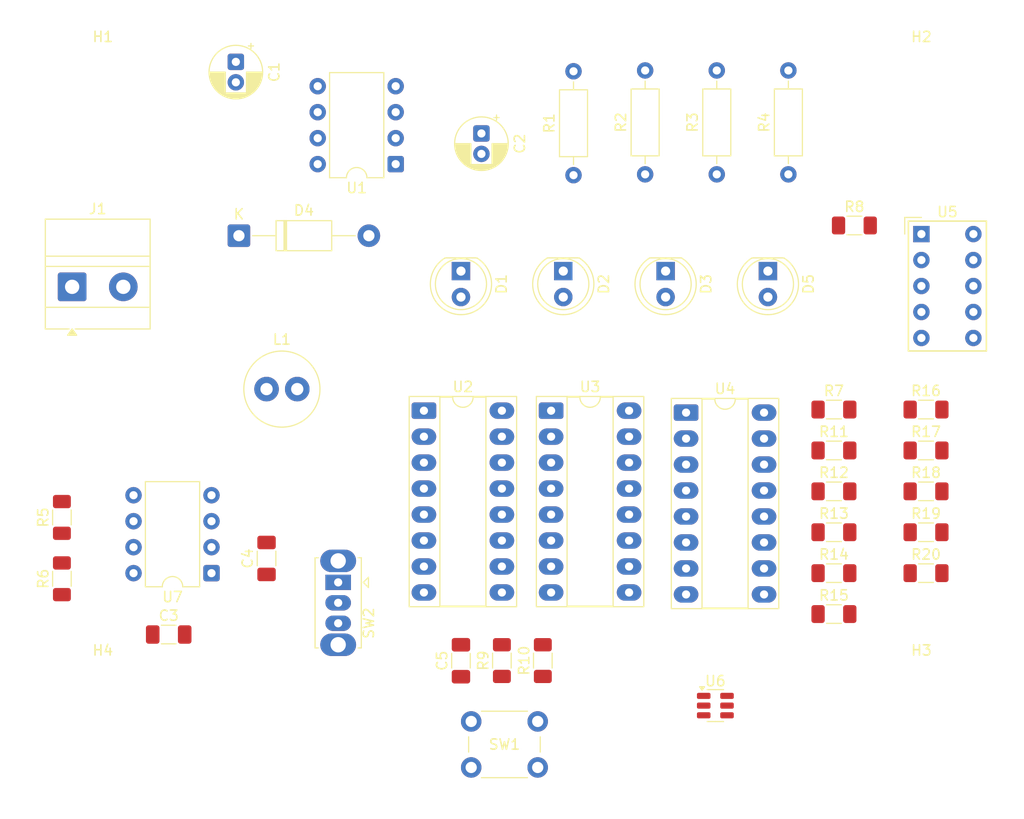
<source format=kicad_pcb>
(kicad_pcb (version 20241229) (generator "pcbnew") (generator_version "9.0")
  (layers (0 "F.Cu" signal) (2 "B.Cu" signal) (13 "F.Paste" user) (15 "B.Paste" user) (5 "F.SilkS" user "F.Silkscreen") (7 "B.SilkS" user "B.Silkscreen") (1 "F.Mask" user) (3 "B.Mask" user) (25 "Edge.Cuts" user))
  (net 0 "")
  (net 1 "GND")
  (net 2 "VD")
  (net 3 "+5V")
  (net 4 "Net-(SW2-A)")
  (net 5 "Net-(U7-THR)")
  (net 6 "Q0")
  (net 7 "Net-(D1-K)")
  (net 8 "Net-(D2-K)")
  (net 9 "Q1")
  (net 10 "Q2")
  (net 11 "Net-(D3-K)")
  (net 12 "Net-(D4-K)")
  (net 13 "Net-(D5-K)")
  (net 14 "Q3")
  (net 15 "Net-(U4-a)")
  (net 16 "Net-(U5-A)")
  (net 17 "Net-(U5-B)")
  (net 18 "Net-(U4-b)")
  (net 19 "Clock")
  (net 20 "Net-(U5-C)")
  (net 21 "Net-(U4-c)")
  (net 22 "Net-(U2A-J)")
  (net 23 "Net-(U2B-J)")
  (net 24 "Net-(U3A-J)")
  (net 25 "Net-(U3B-J)")
  (net 26 "Net-(R13-Pad1)")
  (net 27 "Net-(U4-d)")
  (net 28 "Net-(U5-D)")
  (net 29 "Net-(U4-BI)")
  (net 30 "Net-(U4-e)")
  (net 31 "Net-(U5-E)")
  (net 32 "Net-(U5-F)")
  (net 33 "Net-(U4-f)")
  (net 34 "Net-(U4-g)")
  (net 35 "Net-(U5-G)")
  (net 36 "Net-(U7-DIS)")
  (net 37 "555")
  (net 42 "Reset")
  (footprint "Capacitor_SMD:C_1206_3216Metric_Pad1.33x1.80mm_HandSolder" (layer "F.Cu") (at 116.4375 122)
    (property "Reference" "C3" (at 0 -1.85 0) (layer "F.SilkS"))
    (property "Value" "1u")
    (pad "1" smd roundrect (at -1.5625 0) (size 1.325 1.8) (layers "F.Cu" "F.Mask" "F.Paste") (roundrect_rratio 0.188679) (net 1 "GND"))
    (pad "2" smd roundrect (at 1.5625 0) (size 1.325 1.8) (layers "F.Cu" "F.Mask" "F.Paste") (roundrect_rratio 0.188679) (net 4 "Net-(SW2-A)"))
  )
  (footprint "Resistor_SMD:R_1206_3216Metric_Pad1.30x1.75mm_HandSolder" (layer "F.Cu") (at 181.45 104)
    (property "Reference" "R11" (at 0 -1.83 0) (layer "F.SilkS"))
    (property "Value" "10k")
    (pad "1" smd roundrect (at -1.55 0) (size 1.3 1.75) (layers "F.Cu" "F.Mask" "F.Paste") (roundrect_rratio 0.192308) (net 3 "+5V"))
    (pad "2" smd roundrect (at 1.55 0) (size 1.3 1.75) (layers "F.Cu" "F.Mask" "F.Paste") (roundrect_rratio 0.192308) (net 24 "Net-(U3A-J)"))
  )
  (footprint "MountingHole:MountingHole_5.5mm" (layer "F.Cu") (at 110 130)
    (property "Reference" "H4" (at 0 -6.45 0) (layer "F.SilkS"))
    (property "Value" "MountingHole")
    (pad "" np_thru_hole circle (at 0 0) (size 5.5 5.5) (drill 5.5) (layers "*.Cu" "*.Mask"))
  )
  (footprint "Resistor_SMD:R_1206_3216Metric_Pad1.30x1.75mm_HandSolder" (layer "F.Cu") (at 181.45 108)
    (property "Reference" "R12" (at 0 -1.83 0) (layer "F.SilkS"))
    (property "Value" "10k")
    (pad "1" smd roundrect (at -1.55 0) (size 1.3 1.75) (layers "F.Cu" "F.Mask" "F.Paste") (roundrect_rratio 0.192308) (net 3 "+5V"))
    (pad "2" smd roundrect (at 1.55 0) (size 1.3 1.75) (layers "F.Cu" "F.Mask" "F.Paste") (roundrect_rratio 0.192308) (net 25 "Net-(U3B-J)"))
  )
  (footprint "Resistor_SMD:R_1206_3216Metric_Pad1.30x1.75mm_HandSolder" (layer "F.Cu") (at 181.45 100)
    (property "Reference" "R7" (at 0 -1.83 0) (layer "F.SilkS"))
    (property "Value" "10k")
    (pad "1" smd roundrect (at -1.55 0) (size 1.3 1.75) (layers "F.Cu" "F.Mask" "F.Paste") (roundrect_rratio 0.192308) (net 3 "+5V"))
    (pad "2" smd roundrect (at 1.55 0) (size 1.3 1.75) (layers "F.Cu" "F.Mask" "F.Paste") (roundrect_rratio 0.192308) (net 19 "Clock"))
  )
  (footprint "Resistor_SMD:R_1206_3216Metric_Pad1.30x1.75mm_HandSolder" (layer "F.Cu") (at 181.45 116)
    (property "Reference" "R14" (at 0 -1.83 0) (layer "F.SilkS"))
    (property "Value" "2k")
    (pad "1" smd roundrect (at -1.55 0) (size 1.3 1.75) (layers "F.Cu" "F.Mask" "F.Paste") (roundrect_rratio 0.192308) (net 27 "Net-(U4-d)"))
    (pad "2" smd roundrect (at 1.55 0) (size 1.3 1.75) (layers "F.Cu" "F.Mask" "F.Paste") (roundrect_rratio 0.192308) (net 28 "Net-(U5-D)"))
  )
  (footprint "Resistor_SMD:R_1206_3216Metric_Pad1.30x1.75mm_HandSolder" (layer "F.Cu") (at 190.45 108)
    (property "Reference" "R18" (at 0 -1.83 0) (layer "F.SilkS"))
    (property "Value" "2k")
    (pad "1" smd roundrect (at -1.55 0) (size 1.3 1.75) (layers "F.Cu" "F.Mask" "F.Paste") (roundrect_rratio 0.192308) (net 34 "Net-(U4-g)"))
    (pad "2" smd roundrect (at 1.55 0) (size 1.3 1.75) (layers "F.Cu" "F.Mask" "F.Paste") (roundrect_rratio 0.192308) (net 35 "Net-(U5-G)"))
  )
  (footprint "Resistor_SMD:R_1206_3216Metric_Pad1.30x1.75mm_HandSolder" (layer "F.Cu") (at 153 124.55 90)
    (property "Reference" "R10" (at 0 -1.83 90) (layer "F.SilkS"))
    (property "Value" "10k")
    (pad "1" smd roundrect (at -1.55 0 90) (size 1.3 1.75) (layers "F.Cu" "F.Mask" "F.Paste") (roundrect_rratio 0.192308) (net 3 "+5V"))
    (pad "2" smd roundrect (at 1.55 0 90) (size 1.3 1.75) (layers "F.Cu" "F.Mask" "F.Paste") (roundrect_rratio 0.192308) (net 23 "Net-(U2B-J)"))
  )
  (footprint "MountingHole:MountingHole_5.5mm" (layer "F.Cu") (at 110 70)
    (property "Reference" "H1" (at 0 -6.45 0) (layer "F.SilkS"))
    (property "Value" "MountingHole")
    (pad "" np_thru_hole circle (at 0 0) (size 5.5 5.5) (drill 5.5) (layers "*.Cu" "*.Mask"))
  )
  (footprint "Resistor_SMD:R_1206_3216Metric_Pad1.30x1.75mm_HandSolder" (layer "F.Cu") (at 106 116.55 90)
    (property "Reference" "R6" (at 0 -1.83 90) (layer "F.SilkS"))
    (property "Value" "2k")
    (pad "1" smd roundrect (at -1.55 0 90) (size 1.3 1.75) (layers "F.Cu" "F.Mask" "F.Paste") (roundrect_rratio 0.192308) (net 18 "Net-(U4-b)"))
    (pad "2" smd roundrect (at 1.55 0 90) (size 1.3 1.75) (layers "F.Cu" "F.Mask" "F.Paste") (roundrect_rratio 0.192308) (net 17 "Net-(U5-B)"))
  )
  (footprint "Capacitor_SMD:C_1206_3216Metric_Pad1.33x1.80mm_HandSolder" (layer "F.Cu") (at 145 124.5625 90)
    (property "Reference" "C5" (at 0 -1.85 90) (layer "F.SilkS"))
    (property "Value" "10u")
    (pad "1" smd roundrect (at -1.5625 0 90) (size 1.325 1.8) (layers "F.Cu" "F.Mask" "F.Paste") (roundrect_rratio 0.188679) (net 5 "Net-(U7-THR)"))
    (pad "2" smd roundrect (at 1.5625 0 90) (size 1.325 1.8) (layers "F.Cu" "F.Mask" "F.Paste") (roundrect_rratio 0.188679) (net 1 "GND"))
  )
  (footprint "Display_7Segment:HDSP-7401" (layer "F.Cu") (at 190 82.84)
    (property "Reference" "U5" (at 2.54 -2.159 0) (layer "F.SilkS"))
    (property "Value" "HDSP-7401")
    (pad "1" thru_hole rect (at 0 0) (size 1.6 1.6) (drill 0.8) (layers "*.Cu" "*.Mask") (net 3 "+5V"))
    (pad "2" thru_hole circle (at 0 2.54) (size 1.6 1.6) (drill 0.8) (layers "*.Cu" "*.Mask") (net 32 "Net-(U5-F)"))
    (pad "3" thru_hole circle (at 0 5.08) (size 1.6 1.6) (drill 0.8) (layers "*.Cu" "*.Mask") (net 35 "Net-(U5-G)"))
    (pad "4" thru_hole circle (at 0 7.62) (size 1.6 1.6) (drill 0.8) (layers "*.Cu" "*.Mask") (net 31 "Net-(U5-E)"))
    (pad "5" thru_hole circle (at 0 10.16) (size 1.6 1.6) (drill 0.8) (layers "*.Cu" "*.Mask") (net 28 "Net-(U5-D)"))
    (pad "6" thru_hole circle (at 5.08 10.16) (size 1.6 1.6) (drill 0.8) (layers "*.Cu" "*.Mask") (net 3 "+5V"))
    (pad "7" thru_hole circle (at 5.08 7.62) (size 1.6 1.6) (drill 0.8) (layers "*.Cu" "*.Mask"))
    (pad "8" thru_hole circle (at 5.08 5.08) (size 1.6 1.6) (drill 0.8) (layers "*.Cu" "*.Mask") (net 20 "Net-(U5-C)"))
    (pad "9" thru_hole circle (at 5.08 2.54) (size 1.6 1.6) (drill 0.8) (layers "*.Cu" "*.Mask") (net 17 "Net-(U5-B)"))
    (pad "10" thru_hole circle (at 5.08 0) (size 1.6 1.6) (drill 0.8) (layers "*.Cu" "*.Mask") (net 16 "Net-(U5-A)"))
  )
  (footprint "Inductor_THT:L_Radial_D7.2mm_P3.00mm_Murata_1700" (layer "F.Cu") (at 126 98)
    (property "Reference" "L1" (at 1.5 -4.85 0) (layer "F.SilkS"))
    (property "Value" "330u")
    (pad "1" thru_hole circle (at 0 0) (size 2.4 2.4) (drill 1.2) (layers "*.Cu" "*.Mask") (net 12 "Net-(D4-K)"))
    (pad "2" thru_hole circle (at 3 0) (size 2.4 2.4) (drill 1.2) (layers "*.Cu" "*.Mask") (net 3 "+5V"))
  )
  (footprint "MountingHole:MountingHole_5.5mm" (layer "F.Cu") (at 190 70)
    (property "Reference" "H2" (at 0 -6.45 0) (layer "F.SilkS"))
    (property "Value" "MountingHole")
    (pad "" np_thru_hole circle (at 0 0) (size 5.5 5.5) (drill 5.5) (layers "*.Cu" "*.Mask"))
  )
  (footprint "Diode_THT:D_DO-41_SOD81_P12.70mm_Horizontal" (layer "F.Cu") (at 123.3 83)
    (property "Reference" "D4" (at 6.35 -2.47 0) (layer "F.SilkS"))
    (property "Value" "11DQ06")
    (fp_text user "K" (at 0 -2.1 0) (layer "F.SilkS"))
    (pad "1" thru_hole roundrect (at 0 0) (size 2.2 2.2) (drill 1.1) (layers "*.Cu" "*.Mask") (roundrect_rratio 0.113636) (net 12 "Net-(D4-K)"))
    (pad "2" thru_hole circle (at 12.7 0) (size 2.2 2.2) (drill 1.1) (layers "*.Cu" "*.Mask") (net 1 "GND"))
  )
  (footprint "Package_DIP:DIP-16_W7.62mm_Socket_LongPads" (layer "F.Cu") (at 153.81 100.11)
    (property "Reference" "U3" (at 3.81 -2.33 0) (layer "F.SilkS"))
    (property "Value" "4027")
    (pad "1" thru_hole roundrect (at 0 0) (size 2.4 1.6) (drill 0.8) (layers "*.Cu" "*.Mask") (roundrect_rratio 0.15625) (net 10 "Q2"))
    (pad "2" thru_hole oval (at 0 2.54) (size 2.4 1.6) (drill 0.8) (layers "*.Cu" "*.Mask"))
    (pad "3" thru_hole oval (at 0 5.08) (size 2.4 1.6) (drill 0.8) (layers "*.Cu" "*.Mask") (net 9 "Q1"))
    (pad "4" thru_hole oval (at 0 7.62) (size 2.4 1.6) (drill 0.8) (layers "*.Cu" "*.Mask") (net 42 "Reset"))
    (pad "5" thru_hole oval (at 0 10.16) (size 2.4 1.6) (drill 0.8) (layers "*.Cu" "*.Mask") (net 24 "Net-(U3A-J)"))
    (pad "6" thru_hole oval (at 0 12.7) (size 2.4 1.6) (drill 0.8) (layers "*.Cu" "*.Mask") (net 24 "Net-(U3A-J)"))
    (pad "7" thru_hole oval (at 0 15.24) (size 2.4 1.6) (drill 0.8) (layers "*.Cu" "*.Mask") (net 1 "GND"))
    (pad "8" thru_hole oval (at 0 17.78) (size 2.4 1.6) (drill 0.8) (layers "*.Cu" "*.Mask") (net 1 "GND"))
    (pad "9" thru_hole oval (at 7.62 17.78) (size 2.4 1.6) (drill 0.8) (layers "*.Cu" "*.Mask") (net 1 "GND"))
    (pad "10" thru_hole oval (at 7.62 15.24) (size 2.4 1.6) (drill 0.8) (layers "*.Cu" "*.Mask") (net 25 "Net-(U3B-J)"))
    (pad "11" thru_hole oval (at 7.62 12.7) (size 2.4 1.6) (drill 0.8) (layers "*.Cu" "*.Mask") (net 25 "Net-(U3B-J)"))
    (pad "12" thru_hole oval (at 7.62 10.16) (size 2.4 1.6) (drill 0.8) (layers "*.Cu" "*.Mask") (net 42 "Reset"))
    (pad "13" thru_hole oval (at 7.62 7.62) (size 2.4 1.6) (drill 0.8) (layers "*.Cu" "*.Mask") (net 10 "Q2"))
    (pad "14" thru_hole oval (at 7.62 5.08) (size 2.4 1.6) (drill 0.8) (layers "*.Cu" "*.Mask"))
    (pad "15" thru_hole oval (at 7.62 2.54) (size 2.4 1.6) (drill 0.8) (layers "*.Cu" "*.Mask") (net 14 "Q3"))
    (pad "16" thru_hole oval (at 7.62 0) (size 2.4 1.6) (drill 0.8) (layers "*.Cu" "*.Mask") (net 3 "+5V"))
  )
  (footprint "LED_THT:LED_D5.0mm" (layer "F.Cu") (at 155 86.46 -90)
    (property "Reference" "D2" (at 1.27 -3.96 90) (layer "F.SilkS"))
    (property "Value" "LED")
    (pad "1" thru_hole rect (at 0 0 270) (size 1.8 1.8) (drill 0.9) (layers "*.Cu" "*.Mask") (net 8 "Net-(D2-K)"))
    (pad "2" thru_hole circle (at 2.54 0 270) (size 1.8 1.8) (drill 0.9) (layers "*.Cu" "*.Mask") (net 9 "Q1"))
  )
  (footprint "MountingHole:MountingHole_5.5mm" (layer "F.Cu") (at 190 130)
    (property "Reference" "H3" (at 0 -6.45 0) (layer "F.SilkS"))
    (property "Value" "MountingHole")
    (pad "" np_thru_hole circle (at 0 0) (size 5.5 5.5) (drill 5.5) (layers "*.Cu" "*.Mask"))
  )
  (footprint "LED_THT:LED_D5.0mm" (layer "F.Cu") (at 165 86.46 -90)
    (property "Reference" "D3" (at 1.27 -3.96 90) (layer "F.SilkS"))
    (property "Value" "LED")
    (pad "1" thru_hole rect (at 0 0 270) (size 1.8 1.8) (drill 0.9) (layers "*.Cu" "*.Mask") (net 11 "Net-(D3-K)"))
    (pad "2" thru_hole circle (at 2.54 0 270) (size 1.8 1.8) (drill 0.9) (layers "*.Cu" "*.Mask") (net 10 "Q2"))
  )
  (footprint "Resistor_SMD:R_1206_3216Metric_Pad1.30x1.75mm_HandSolder" (layer "F.Cu") (at 181.45 120)
    (property "Reference" "R15" (at 0 -1.83 0) (layer "F.SilkS"))
    (property "Value" "10k")
    (pad "1" smd roundrect (at -1.55 0) (size 1.3 1.75) (layers "F.Cu" "F.Mask" "F.Paste") (roundrect_rratio 0.192308) (net 3 "+5V"))
    (pad "2" smd roundrect (at 1.55 0) (size 1.3 1.75) (layers "F.Cu" "F.Mask" "F.Paste") (roundrect_rratio 0.192308) (net 29 "Net-(U4-BI)"))
  )
  (footprint "Capacitor_SMD:C_1206_3216Metric_Pad1.33x1.80mm_HandSolder" (layer "F.Cu") (at 126 114.5625 90)
    (property "Reference" "C4" (at 0 -1.85 90) (layer "F.SilkS"))
    (property "Value" "100n")
    (pad "1" smd roundrect (at -1.5625 0 90) (size 1.325 1.8) (layers "F.Cu" "F.Mask" "F.Paste") (roundrect_rratio 0.188679) (net 3 "+5V"))
    (pad "2" smd roundrect (at 1.5625 0 90) (size 1.325 1.8) (layers "F.Cu" "F.Mask" "F.Paste") (roundrect_rratio 0.188679) (net 1 "GND"))
  )
  (footprint "Resistor_THT:R_Axial_DIN0207_L6.3mm_D2.5mm_P10.16mm_Horizontal" (layer "F.Cu") (at 156 77.08 90)
    (property "Reference" "R1" (at 5.08 -2.37 90) (layer "F.SilkS"))
    (property "Value" "4k7")
    (pad "1" thru_hole circle (at 0 0 90) (size 1.6 1.6) (drill 0.8) (layers "*.Cu" "*.Mask") (net 7 "Net-(D1-K)"))
    (pad "2" thru_hole circle (at 10.16 0 90) (size 1.6 1.6) (drill 0.8) (layers "*.Cu" "*.Mask") (net 1 "GND"))
  )
  (footprint "Capacitor_THT:CP_Radial_D5.0mm_P2.00mm" (layer "F.Cu") (at 147 73 -90)
    (property "Reference" "C2" (at 1 -3.75 90) (layer "F.SilkS"))
    (property "Value" "220u")
    (pad "1" thru_hole roundrect (at 0 0 270) (size 1.6 1.6) (drill 0.8) (layers "*.Cu" "*.Mask") (roundrect_rratio 0.15625) (net 3 "+5V"))
    (pad "2" thru_hole circle (at 2 0 270) (size 1.6 1.6) (drill 0.8) (layers "*.Cu" "*.Mask") (net 1 "GND"))
  )
  (footprint "Resistor_SMD:R_1206_3216Metric_Pad1.30x1.75mm_HandSolder" (layer "F.Cu") (at 190.45 104)
    (property "Reference" "R17" (at 0 -1.83 0) (layer "F.SilkS"))
    (property "Value" "2k")
    (pad "1" smd roundrect (at -1.55 0) (size 1.3 1.75) (layers "F.Cu" "F.Mask" "F.Paste") (roundrect_rratio 0.192308) (net 33 "Net-(U4-f)"))
    (pad "2" smd roundrect (at 1.55 0) (size 1.3 1.75) (layers "F.Cu" "F.Mask" "F.Paste") (roundrect_rratio 0.192308) (net 32 "Net-(U5-F)"))
  )
  (footprint "Package_TO_SOT_SMD:SOT-23-6" (layer "F.Cu") (at 169.8625 128.95)
    (property "Reference" "U6" (at 0 -2.4 0) (layer "F.SilkS"))
    (property "Value" "74LVC1G11")
    (pad "1" smd roundrect (at -1.1375 -0.95) (size 1.325 0.6) (layers "F.Cu" "F.Mask" "F.Paste") (net 9 "Q1"))
    (pad "2" smd roundrect (at -1.1375 0) (size 1.325 0.6) (layers "F.Cu" "F.Mask" "F.Paste") (net 1 "GND"))
    (pad "3" smd roundrect (at -1.1375 0.95) (size 1.325 0.6) (layers "F.Cu" "F.Mask" "F.Paste") (net 14 "Q3"))
    (pad "4" smd roundrect (at 1.1375 0.95) (size 1.325 0.6) (layers "F.Cu" "F.Mask" "F.Paste") (net 42 "Reset"))
    (pad "5" smd roundrect (at 1.1375 0) (size 1.325 0.6) (layers "F.Cu" "F.Mask" "F.Paste") (net 3 "+5V"))
    (pad "6" smd roundrect (at 1.1375 -0.95) (size 1.325 0.6) (layers "F.Cu" "F.Mask" "F.Paste") (net 19 "Clock"))
  )
  (footprint "Resistor_SMD:R_1206_3216Metric_Pad1.30x1.75mm_HandSolder" (layer "F.Cu") (at 190.45 112)
    (property "Reference" "R19" (at 0 -1.83 0) (layer "F.SilkS"))
    (property "Value" "47k")
    (pad "1" smd roundrect (at -1.55 0) (size 1.3 1.75) (layers "F.Cu" "F.Mask" "F.Paste") (roundrect_rratio 0.192308) (net 3 "+5V"))
    (pad "2" smd roundrect (at 1.55 0) (size 1.3 1.75) (layers "F.Cu" "F.Mask" "F.Paste") (roundrect_rratio 0.192308) (net 36 "Net-(U7-DIS)"))
  )
  (footprint "Package_DIP:DIP-8_W7.62mm" (layer "F.Cu") (at 120.62 116 180)
    (property "Reference" "U7" (at 3.81 -2.33 0) (layer "F.SilkS"))
    (property "Value" "NE555P")
    (pad "1" thru_hole roundrect (at 0 0 180) (size 1.6 1.6) (drill 0.8) (layers "*.Cu" "*.Mask") (roundrect_rratio 0.15625) (net 1 "GND"))
    (pad "2" thru_hole circle (at 0 2.54 180) (size 1.6 1.6) (drill 0.8) (layers "*.Cu" "*.Mask") (net 5 "Net-(U7-THR)"))
    (pad "3" thru_hole circle (at 0 5.08 180) (size 1.6 1.6) (drill 0.8) (layers "*.Cu" "*.Mask") (net 37 "555"))
    (pad "4" thru_hole circle (at 0 7.62 180) (size 1.6 1.6) (drill 0.8) (layers "*.Cu" "*.Mask") (net 3 "+5V"))
    (pad "5" thru_hole circle (at 7.62 7.62 180) (size 1.6 1.6) (drill 0.8) (layers "*.Cu" "*.Mask"))
    (pad "6" thru_hole circle (at 7.62 5.08 180) (size 1.6 1.6) (drill 0.8) (layers "*.Cu" "*.Mask") (net 5 "Net-(U7-THR)"))
    (pad "7" thru_hole circle (at 7.62 2.54 180) (size 1.6 1.6) (drill 0.8) (layers "*.Cu" "*.Mask") (net 36 "Net-(U7-DIS)"))
    (pad "8" thru_hole circle (at 7.62 0 180) (size 1.6 1.6) (drill 0.8) (layers "*.Cu" "*.Mask") (net 3 "+5V"))
  )
  (footprint "Resistor_THT:R_Axial_DIN0207_L6.3mm_D2.5mm_P10.16mm_Horizontal" (layer "F.Cu") (at 170 77 90)
    (property "Reference" "R3" (at 5.08 -2.37 90) (layer "F.SilkS"))
    (property "Value" "4k7")
    (pad "1" thru_hole circle (at 0 0 90) (size 1.6 1.6) (drill 0.8) (layers "*.Cu" "*.Mask") (net 11 "Net-(D3-K)"))
    (pad "2" thru_hole circle (at 10.16 0 90) (size 1.6 1.6) (drill 0.8) (layers "*.Cu" "*.Mask") (net 1 "GND"))
  )
  (footprint "Button_Switch_THT:SW_Slide_SPDT_Straight_CK_OS102011MS2Q" (layer "F.Cu") (at 133 116.9 -90)
    (property "Reference" "SW2" (at 3.99 -2.99 90) (layer "F.SilkS"))
    (property "Value" "SW_SPDT")
    (pad "" thru_hole oval (at -2.1 0 270) (size 2.2 3.5) (drill 1.5) (layers "*.Cu" "*.Mask"))
    (pad "" thru_hole oval (at 6.1 0 270) (size 2.2 3.5) (drill 1.5) (layers "*.Cu" "*.Mask"))
    (pad "1" thru_hole rect (at 0 0 270) (size 1.5 2.5) (drill 0.8) (layers "*.Cu" "*.Mask") (net 4 "Net-(SW2-A)"))
    (pad "2" thru_hole oval (at 2 0 270) (size 1.5 2.5) (drill 0.8) (layers "*.Cu" "*.Mask") (net 19 "Clock"))
    (pad "3" thru_hole oval (at 4 0 270) (size 1.5 2.5) (drill 0.8) (layers "*.Cu" "*.Mask") (net 37 "555"))
  )
  (footprint "Resistor_SMD:R_1206_3216Metric_Pad1.30x1.75mm_HandSolder" (layer "F.Cu") (at 149 124.55 90)
    (property "Reference" "R9" (at 0 -1.83 90) (layer "F.SilkS"))
    (property "Value" "10k")
    (pad "1" smd roundrect (at -1.55 0 90) (size 1.3 1.75) (layers "F.Cu" "F.Mask" "F.Paste") (roundrect_rratio 0.192308) (net 3 "+5V"))
    (pad "2" smd roundrect (at 1.55 0 90) (size 1.3 1.75) (layers "F.Cu" "F.Mask" "F.Paste") (roundrect_rratio 0.192308) (net 22 "Net-(U2A-J)"))
  )
  (footprint "Package_DIP:DIP-16_W7.62mm_Socket_LongPads" (layer "F.Cu") (at 141.38 100.11)
    (property "Reference" "U2" (at 3.81 -2.33 0) (layer "F.SilkS"))
    (property "Value" "4027")
    (pad "1" thru_hole roundrect (at 0 0) (size 2.4 1.6) (drill 0.8) (layers "*.Cu" "*.Mask") (roundrect_rratio 0.15625) (net 6 "Q0"))
    (pad "2" thru_hole oval (at 0 2.54) (size 2.4 1.6) (drill 0.8) (layers "*.Cu" "*.Mask"))
    (pad "3" thru_hole oval (at 0 5.08) (size 2.4 1.6) (drill 0.8) (layers "*.Cu" "*.Mask") (net 19 "Clock"))
    (pad "4" thru_hole oval (at 0 7.62) (size 2.4 1.6) (drill 0.8) (layers "*.Cu" "*.Mask") (net 42 "Reset"))
    (pad "5" thru_hole oval (at 0 10.16) (size 2.4 1.6) (drill 0.8) (layers "*.Cu" "*.Mask") (net 22 "Net-(U2A-J)"))
    (pad "6" thru_hole oval (at 0 12.7) (size 2.4 1.6) (drill 0.8) (layers "*.Cu" "*.Mask") (net 22 "Net-(U2A-J)"))
    (pad "7" thru_hole oval (at 0 15.24) (size 2.4 1.6) (drill 0.8) (layers "*.Cu" "*.Mask") (net 1 "GND"))
    (pad "8" thru_hole oval (at 0 17.78) (size 2.4 1.6) (drill 0.8) (layers "*.Cu" "*.Mask") (net 1 "GND"))
    (pad "9" thru_hole oval (at 7.62 17.78) (size 2.4 1.6) (drill 0.8) (layers "*.Cu" "*.Mask") (net 1 "GND"))
    (pad "10" thru_hole oval (at 7.62 15.24) (size 2.4 1.6) (drill 0.8) (layers "*.Cu" "*.Mask") (net 23 "Net-(U2B-J)"))
    (pad "11" thru_hole oval (at 7.62 12.7) (size 2.4 1.6) (drill 0.8) (layers "*.Cu" "*.Mask") (net 23 "Net-(U2B-J)"))
    (pad "12" thru_hole oval (at 7.62 10.16) (size 2.4 1.6) (drill 0.8) (layers "*.Cu" "*.Mask") (net 42 "Reset"))
    (pad "13" thru_hole oval (at 7.62 7.62) (size 2.4 1.6) (drill 0.8) (layers "*.Cu" "*.Mask") (net 6 "Q0"))
    (pad "14" thru_hole oval (at 7.62 5.08) (size 2.4 1.6) (drill 0.8) (layers "*.Cu" "*.Mask"))
    (pad "15" thru_hole oval (at 7.62 2.54) (size 2.4 1.6) (drill 0.8) (layers "*.Cu" "*.Mask") (net 9 "Q1"))
    (pad "16" thru_hole oval (at 7.62 0) (size 2.4 1.6) (drill 0.8) (layers "*.Cu" "*.Mask") (net 3 "+5V"))
  )
  (footprint "Resistor_SMD:R_1206_3216Metric_Pad1.30x1.75mm_HandSolder" (layer "F.Cu") (at 181.45 112)
    (property "Reference" "R13" (at 0 -1.83 0) (layer "F.SilkS"))
    (property "Value" "2k")
    (pad "1" smd roundrect (at -1.55 0) (size 1.3 1.75) (layers "F.Cu" "F.Mask" "F.Paste") (roundrect_rratio 0.192308) (net 26 "Net-(R13-Pad1)"))
    (pad "2" smd roundrect (at 1.55 0) (size 1.3 1.75) (layers "F.Cu" "F.Mask" "F.Paste") (roundrect_rratio 0.192308) (net 4 "Net-(SW2-A)"))
  )
  (footprint "Button_Switch_THT:SW_PUSH_6mm_H4.3mm" (layer "F.Cu") (at 146 130.5)
    (property "Reference" "SW1" (at 3.25 2.25 0) (layer "F.SilkS"))
    (property "Value" "SW_Push")
    (pad "1" thru_hole circle (at 0 0 90) (size 2 2) (drill 1.1) (layers "*.Cu" "*.Mask") (net 1 "GND"))
    (pad "1" thru_hole circle (at 6.5 0 90) (size 2 2) (drill 1.1) (layers "*.Cu" "*.Mask") (net 1 "GND"))
    (pad "2" thru_hole circle (at 0 4.5 90) (size 2 2) (drill 1.1) (layers "*.Cu" "*.Mask") (net 26 "Net-(R13-Pad1)"))
    (pad "2" thru_hole circle (at 6.5 4.5 90) (size 2 2) (drill 1.1) (layers "*.Cu" "*.Mask") (net 26 "Net-(R13-Pad1)"))
  )
  (footprint "Resistor_THT:R_Axial_DIN0207_L6.3mm_D2.5mm_P10.16mm_Horizontal" (layer "F.Cu") (at 177 77 90)
    (property "Reference" "R4" (at 5.08 -2.37 90) (layer "F.SilkS"))
    (property "Value" "4k7")
    (pad "1" thru_hole circle (at 0 0 90) (size 1.6 1.6) (drill 0.8) (layers "*.Cu" "*.Mask") (net 13 "Net-(D5-K)"))
    (pad "2" thru_hole circle (at 10.16 0 90) (size 1.6 1.6) (drill 0.8) (layers "*.Cu" "*.Mask") (net 1 "GND"))
  )
  (footprint "LED_THT:LED_D5.0mm" (layer "F.Cu") (at 175 86.46 -90)
    (property "Reference" "D5" (at 1.27 -3.96 90) (layer "F.SilkS"))
    (property "Value" "LED")
    (pad "1" thru_hole rect (at 0 0 270) (size 1.8 1.8) (drill 0.9) (layers "*.Cu" "*.Mask") (net 13 "Net-(D5-K)"))
    (pad "2" thru_hole circle (at 2.54 0 270) (size 1.8 1.8) (drill 0.9) (layers "*.Cu" "*.Mask") (net 14 "Q3"))
  )
  (footprint "Resistor_SMD:R_1206_3216Metric_Pad1.30x1.75mm_HandSolder" (layer "F.Cu") (at 190.45 100)
    (property "Reference" "R16" (at 0 -1.83 0) (layer "F.SilkS"))
    (property "Value" "2k")
    (pad "1" smd roundrect (at -1.55 0) (size 1.3 1.75) (layers "F.Cu" "F.Mask" "F.Paste") (roundrect_rratio 0.192308) (net 30 "Net-(U4-e)"))
    (pad "2" smd roundrect (at 1.55 0) (size 1.3 1.75) (layers "F.Cu" "F.Mask" "F.Paste") (roundrect_rratio 0.192308) (net 31 "Net-(U5-E)"))
  )
  (footprint "Package_DIP:DIP-8_W7.62mm" (layer "F.Cu") (at 138.62 76 180)
    (property "Reference" "U1" (at 3.81 -2.33 0) (layer "F.SilkS"))
    (property "Value" "LM2574N-5")
    (pad "1" thru_hole roundrect (at 0 0 180) (size 1.6 1.6) (drill 0.8) (layers "*.Cu" "*.Mask") (roundrect_rratio 0.15625) (net 3 "+5V"))
    (pad "2" thru_hole circle (at 0 2.54 180) (size 1.6 1.6) (drill 0.8) (layers "*.Cu" "*.Mask") (net 1 "GND"))
    (pad "3" thru_hole circle (at 0 5.08 180) (size 1.6 1.6) (drill 0.8) (layers "*.Cu" "*.Mask") (net 1 "GND"))
    (pad "4" thru_hole circle (at 0 7.62 180) (size 1.6 1.6) (drill 0.8) (layers "*.Cu" "*.Mask") (net 1 "GND"))
    (pad "5" thru_hole circle (at 7.62 7.62 180) (size 1.6 1.6) (drill 0.8) (layers "*.Cu" "*.Mask") (net 2 "VD"))
    (pad "6" thru_hole circle (at 7.62 5.08 180) (size 1.6 1.6) (drill 0.8) (layers "*.Cu" "*.Mask"))
    (pad "7" thru_hole circle (at 7.62 2.54 180) (size 1.6 1.6) (drill 0.8) (layers "*.Cu" "*.Mask") (net 12 "Net-(D4-K)"))
    (pad "8" thru_hole circle (at 7.62 0 180) (size 1.6 1.6) (drill 0.8) (layers "*.Cu" "*.Mask"))
  )
  (footprint "Resistor_SMD:R_1206_3216Metric_Pad1.30x1.75mm_HandSolder" (layer "F.Cu") (at 183.45 82)
    (property "Reference" "R8" (at 0 -1.83 0) (layer "F.SilkS"))
    (property "Value" "2k")
    (pad "1" smd roundrect (at -1.55 0) (size 1.3 1.75) (layers "F.Cu" "F.Mask" "F.Paste") (roundrect_rratio 0.192308) (net 21 "Net-(U4-c)"))
    (pad "2" smd roundrect (at 1.55 0) (size 1.3 1.75) (layers "F.Cu" "F.Mask" "F.Paste") (roundrect_rratio 0.192308) (net 20 "Net-(U5-C)"))
  )
  (footprint "LED_THT:LED_D5.0mm" (layer "F.Cu") (at 145 86.46 -90)
    (property "Reference" "D1" (at 1.27 -3.96 90) (layer "F.SilkS"))
    (property "Value" "LED")
    (pad "1" thru_hole rect (at 0 0 270) (size 1.8 1.8) (drill 0.9) (layers "*.Cu" "*.Mask") (net 7 "Net-(D1-K)"))
    (pad "2" thru_hole circle (at 2.54 0 270) (size 1.8 1.8) (drill 0.9) (layers "*.Cu" "*.Mask") (net 6 "Q0"))
  )
  (footprint "Resistor_SMD:R_1206_3216Metric_Pad1.30x1.75mm_HandSolder" (layer "F.Cu") (at 190.45 116)
    (property "Reference" "R20" (at 0 -1.83 0) (layer "F.SilkS"))
    (property "Value" "47k")
    (pad "1" smd roundrect (at -1.55 0) (size 1.3 1.75) (layers "F.Cu" "F.Mask" "F.Paste") (roundrect_rratio 0.192308) (net 36 "Net-(U7-DIS)"))
    (pad "2" smd roundrect (at 1.55 0) (size 1.3 1.75) (layers "F.Cu" "F.Mask" "F.Paste") (roundrect_rratio 0.192308) (net 5 "Net-(U7-THR)"))
  )
  (footprint "Resistor_THT:R_Axial_DIN0207_L6.3mm_D2.5mm_P10.16mm_Horizontal" (layer "F.Cu") (at 163 77 90)
    (property "Reference" "R2" (at 5.08 -2.37 90) (layer "F.SilkS"))
    (property "Value" "4k7")
    (pad "1" thru_hole circle (at 0 0 90) (size 1.6 1.6) (drill 0.8) (layers "*.Cu" "*.Mask") (net 8 "Net-(D2-K)"))
    (pad "2" thru_hole circle (at 10.16 0 90) (size 1.6 1.6) (drill 0.8) (layers "*.Cu" "*.Mask") (net 1 "GND"))
  )
  (footprint "Capacitor_THT:CP_Radial_D5.0mm_P2.00mm" (layer "F.Cu") (at 123 66 -90)
    (property "Reference" "C1" (at 1 -3.75 90) (layer "F.SilkS"))
    (property "Value" "22u")
    (pad "1" thru_hole roundrect (at 0 0 270) (size 1.6 1.6) (drill 0.8) (layers "*.Cu" "*.Mask") (roundrect_rratio 0.15625) (net 2 "VD"))
    (pad "2" thru_hole circle (at 2 0 270) (size 1.6 1.6) (drill 0.8) (layers "*.Cu" "*.Mask") (net 1 "GND"))
  )
  (footprint "Package_DIP:DIP-16_W7.62mm_Socket_LongPads" (layer "F.Cu") (at 167 100.3)
    (property "Reference" "U4" (at 3.81 -2.33 0) (layer "F.SilkS"))
    (property "Value" "74LS47")
    (pad "1" thru_hole roundrect (at 0 0) (size 2.4 1.6) (drill 0.8) (layers "*.Cu" "*.Mask") (roundrect_rratio 0.15625) (net 9 "Q1"))
    (pad "2" thru_hole oval (at 0 2.54) (size 2.4 1.6) (drill 0.8) (layers "*.Cu" "*.Mask") (net 10 "Q2"))
    (pad "3" thru_hole oval (at 0 5.08) (size 2.4 1.6) (drill 0.8) (layers "*.Cu" "*.Mask") (net 29 "Net-(U4-BI)"))
    (pad "4" thru_hole oval (at 0 7.62) (size 2.4 1.6) (drill 0.8) (layers "*.Cu" "*.Mask") (net 29 "Net-(U4-BI)"))
    (pad "5" thru_hole oval (at 0 10.16) (size 2.4 1.6) (drill 0.8) (layers "*.Cu" "*.Mask") (net 29 "Net-(U4-BI)"))
    (pad "6" thru_hole oval (at 0 12.7) (size 2.4 1.6) (drill 0.8) (layers "*.Cu" "*.Mask") (net 14 "Q3"))
    (pad "7" thru_hole oval (at 0 15.24) (size 2.4 1.6) (drill 0.8) (layers "*.Cu" "*.Mask") (net 6 "Q0"))
    (pad "8" thru_hole oval (at 0 17.78) (size 2.4 1.6) (drill 0.8) (layers "*.Cu" "*.Mask") (net 1 "GND"))
    (pad "9" thru_hole oval (at 7.62 17.78) (size 2.4 1.6) (drill 0.8) (layers "*.Cu" "*.Mask") (net 30 "Net-(U4-e)"))
    (pad "10" thru_hole oval (at 7.62 15.24) (size 2.4 1.6) (drill 0.8) (layers "*.Cu" "*.Mask") (net 27 "Net-(U4-d)"))
    (pad "11" thru_hole oval (at 7.62 12.7) (size 2.4 1.6) (drill 0.8) (layers "*.Cu" "*.Mask") (net 21 "Net-(U4-c)"))
    (pad "12" thru_hole oval (at 7.62 10.16) (size 2.4 1.6) (drill 0.8) (layers "*.Cu" "*.Mask") (net 18 "Net-(U4-b)"))
    (pad "13" thru_hole oval (at 7.62 7.62) (size 2.4 1.6) (drill 0.8) (layers "*.Cu" "*.Mask") (net 15 "Net-(U4-a)"))
    (pad "14" thru_hole oval (at 7.62 5.08) (size 2.4 1.6) (drill 0.8) (layers "*.Cu" "*.Mask") (net 34 "Net-(U4-g)"))
    (pad "15" thru_hole oval (at 7.62 2.54) (size 2.4 1.6) (drill 0.8) (layers "*.Cu" "*.Mask") (net 33 "Net-(U4-f)"))
    (pad "16" thru_hole oval (at 7.62 0) (size 2.4 1.6) (drill 0.8) (layers "*.Cu" "*.Mask") (net 3 "+5V"))
  )
  (footprint "TerminalBlock_MetzConnect:TerminalBlock_MetzConnect_Type011_RT05502HBLC_1x02_P5.00mm_Horizontal" (layer "F.Cu") (at 107 88)
    (property "Reference" "J1" (at 2.5 -7.62 0) (layer "F.SilkS"))
    (property "Value" "Screw_Terminal_01x02")
    (pad "1" thru_hole roundrect (at 0 0) (size 2.8 2.8) (drill 1.4) (layers "*.Cu" "*.Mask") (roundrect_rratio 0.089286) (net 1 "GND"))
    (pad "2" thru_hole circle (at 5 0) (size 2.8 2.8) (drill 1.4) (layers "*.Cu" "*.Mask") (net 2 "VD"))
  )
  (footprint "Resistor_SMD:R_1206_3216Metric_Pad1.30x1.75mm_HandSolder" (layer "F.Cu") (at 106 110.55 90)
    (property "Reference" "R5" (at 0 -1.83 90) (layer "F.SilkS"))
    (property "Value" "2k")
    (pad "1" smd roundrect (at -1.55 0 90) (size 1.3 1.75) (layers "F.Cu" "F.Mask" "F.Paste") (roundrect_rratio 0.192308) (net 15 "Net-(U4-a)"))
    (pad "2" smd roundrect (at 1.55 0 90) (size 1.3 1.75) (layers "F.Cu" "F.Mask" "F.Paste") (roundrect_rratio 0.192308) (net 16 "Net-(U5-A)"))
  )
)
</source>
